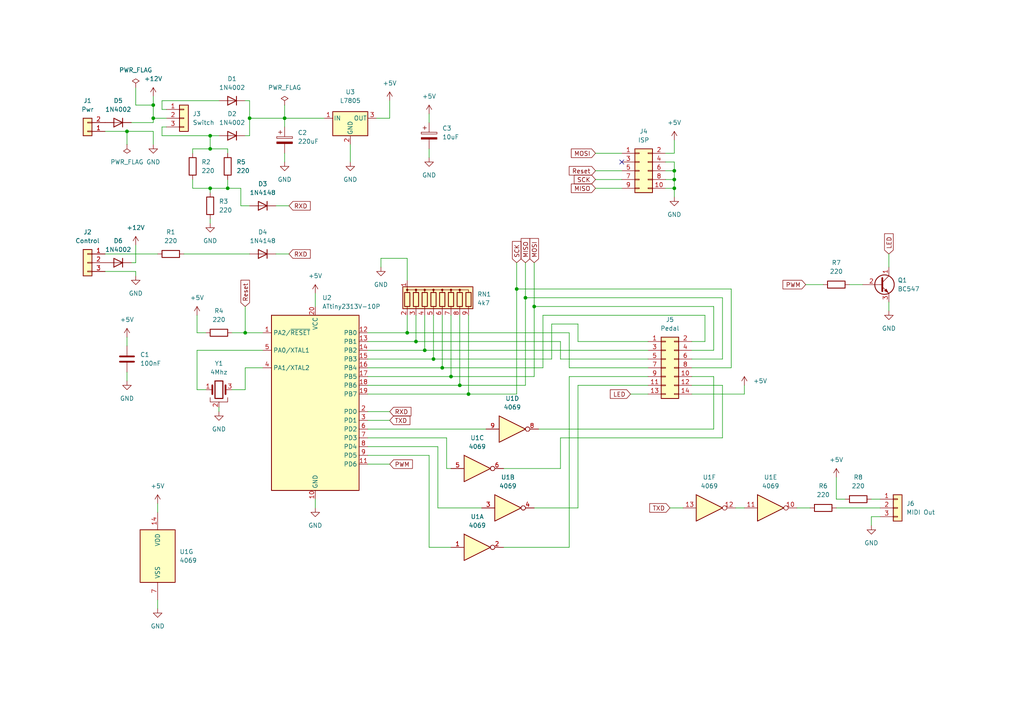
<source format=kicad_sch>
(kicad_sch (version 20231120) (generator "eeschema") (generator_version "8.0")
  (paper "A4")
  (lib_symbols
    (symbol "4xxx:4069" (pin_names (offset 1.016))
      (property "Reference" "U" (at 0 1.27 0))
      (property "Value" "4069" (at 0 -1.27 0))
      (symbol "4069_1_0"
        (polyline (pts (xy -3.81 3.81) (xy -3.81 -3.81) (xy 3.81 0) (xy -3.81 3.81)) (stroke (width 0.254)) (fill (type background)))
        (pin input line (at -7.62 0 0) (length 3.81) (name "~") (number "1"))
        (pin output inverted (at 7.62 0 180) (length 3.81) (name "~") (number "2"))
      )
      (symbol "4069_2_0"
        (polyline (pts (xy -3.81 3.81) (xy -3.81 -3.81) (xy 3.81 0) (xy -3.81 3.81)) (stroke (width 0.254)) (fill (type background)))
        (pin input line (at -7.62 0 0) (length 3.81) (name "~") (number "3"))
        (pin output inverted (at 7.62 0 180) (length 3.81) (name "~") (number "4"))
      )
      (symbol "4069_3_0"
        (polyline (pts (xy -3.81 3.81) (xy -3.81 -3.81) (xy 3.81 0) (xy -3.81 3.81)) (stroke (width 0.254)) (fill (type background)))
        (pin input line (at -7.62 0 0) (length 3.81) (name "~") (number "5"))
        (pin output inverted (at 7.62 0 180) (length 3.81) (name "~") (number "6"))
      )
      (symbol "4069_4_0"
        (polyline (pts (xy -3.81 3.81) (xy -3.81 -3.81) (xy 3.81 0) (xy -3.81 3.81)) (stroke (width 0.254)) (fill (type background)))
        (pin output inverted (at 7.62 0 180) (length 3.81) (name "~") (number "8"))
        (pin input line (at -7.62 0 0) (length 3.81) (name "~") (number "9"))
      )
      (symbol "4069_5_0"
        (polyline (pts (xy -3.81 3.81) (xy -3.81 -3.81) (xy 3.81 0) (xy -3.81 3.81)) (stroke (width 0.254)) (fill (type background)))
        (pin output inverted (at 7.62 0 180) (length 3.81) (name "~") (number "10"))
        (pin input line (at -7.62 0 0) (length 3.81) (name "~") (number "11"))
      )
      (symbol "4069_6_0"
        (polyline (pts (xy -3.81 3.81) (xy -3.81 -3.81) (xy 3.81 0) (xy -3.81 3.81)) (stroke (width 0.254)) (fill (type background)))
        (pin output inverted (at 7.62 0 180) (length 3.81) (name "~") (number "12"))
        (pin input line (at -7.62 0 0) (length 3.81) (name "~") (number "13"))
      )
      (symbol "4069_7_0"
        (pin power_in line (at 0 12.7 270) (length 5.08) (name "VDD") (number "14"))
        (pin power_in line (at 0 -12.7 90) (length 5.08) (name "VSS") (number "7"))
      )
      (symbol "4069_7_1"
        (rectangle (start -5.08 7.62) (end 5.08 -7.62) (stroke (width 0.254)) (fill (type background)))
      )
    )
    (symbol "Connector_Generic:Conn_01x02" (pin_names (offset 1.016) hide)
      (property "Reference" "J" (at 0 2.54 0))
      (property "Value" "Conn_01x02" (at 0 -5.08 0))
      (symbol "Conn_01x02_1_1"
        (rectangle (start -1.27 -2.413) (end 0 -2.667) (stroke (width 0.1524)))
        (rectangle (start -1.27 0.127) (end 0 -0.127) (stroke (width 0.1524)))
        (rectangle (start -1.27 1.27) (end 1.27 -3.81) (stroke (width 0.254)) (fill (type background)))
        (pin passive line (at -5.08 0 0) (length 3.81) (name "Pin_1") (number "1"))
        (pin passive line (at -5.08 -2.54 0) (length 3.81) (name "Pin_2") (number "2"))
      )
    )
    (symbol "Connector_Generic:Conn_01x03" (pin_names (offset 1.016) hide)
      (property "Reference" "J" (at 0 5.08 0))
      (property "Value" "Conn_01x03" (at 0 -5.08 0))
      (symbol "Conn_01x03_1_1"
        (rectangle (start -1.27 -2.413) (end 0 -2.667) (stroke (width 0.1524)))
        (rectangle (start -1.27 0.127) (end 0 -0.127) (stroke (width 0.1524)))
        (rectangle (start -1.27 2.667) (end 0 2.413) (stroke (width 0.1524)))
        (rectangle (start -1.27 3.81) (end 1.27 -3.81) (stroke (width 0.254)) (fill (type background)))
        (pin passive line (at -5.08 2.54 0) (length 3.81) (name "Pin_1") (number "1"))
        (pin passive line (at -5.08 0 0) (length 3.81) (name "Pin_2") (number "2"))
        (pin passive line (at -5.08 -2.54 0) (length 3.81) (name "Pin_3") (number "3"))
      )
    )
    (symbol "Connector_Generic:Conn_02x05_Odd_Even" (pin_names (offset 1.016) hide)
      (property "Reference" "J" (at 1.27 7.62 0))
      (property "Value" "Conn_02x05_Odd_Even" (at 1.27 -7.62 0))
      (symbol "Conn_02x05_Odd_Even_1_1"
        (rectangle (start -1.27 -4.953) (end 0 -5.207) (stroke (width 0.1524)))
        (rectangle (start -1.27 -2.413) (end 0 -2.667) (stroke (width 0.1524)))
        (rectangle (start -1.27 0.127) (end 0 -0.127) (stroke (width 0.1524)))
        (rectangle (start -1.27 2.667) (end 0 2.413) (stroke (width 0.1524)))
        (rectangle (start -1.27 5.207) (end 0 4.953) (stroke (width 0.1524)))
        (rectangle (start -1.27 6.35) (end 3.81 -6.35) (stroke (width 0.254)) (fill (type background)))
        (rectangle (start 3.81 -4.953) (end 2.54 -5.207) (stroke (width 0.1524)))
        (rectangle (start 3.81 -2.413) (end 2.54 -2.667) (stroke (width 0.1524)))
        (rectangle (start 3.81 0.127) (end 2.54 -0.127) (stroke (width 0.1524)))
        (rectangle (start 3.81 2.667) (end 2.54 2.413) (stroke (width 0.1524)))
        (rectangle (start 3.81 5.207) (end 2.54 4.953) (stroke (width 0.1524)))
        (pin passive line (at -5.08 5.08 0) (length 3.81) (name "Pin_1") (number "1"))
        (pin passive line (at 7.62 -5.08 180) (length 3.81) (name "Pin_10") (number "10"))
        (pin passive line (at 7.62 5.08 180) (length 3.81) (name "Pin_2") (number "2"))
        (pin passive line (at -5.08 2.54 0) (length 3.81) (name "Pin_3") (number "3"))
        (pin passive line (at 7.62 2.54 180) (length 3.81) (name "Pin_4") (number "4"))
        (pin passive line (at -5.08 0 0) (length 3.81) (name "Pin_5") (number "5"))
        (pin passive line (at 7.62 0 180) (length 3.81) (name "Pin_6") (number "6"))
        (pin passive line (at -5.08 -2.54 0) (length 3.81) (name "Pin_7") (number "7"))
        (pin passive line (at 7.62 -2.54 180) (length 3.81) (name "Pin_8") (number "8"))
        (pin passive line (at -5.08 -5.08 0) (length 3.81) (name "Pin_9") (number "9"))
      )
    )
    (symbol "Connector_Generic:Conn_02x07_Odd_Even" (pin_names (offset 1.016) hide)
      (property "Reference" "J" (at 1.27 10.16 0))
      (property "Value" "Conn_02x07_Odd_Even" (at 1.27 -10.16 0))
      (symbol "Conn_02x07_Odd_Even_1_1"
        (rectangle (start -1.27 -7.493) (end 0 -7.747) (stroke (width 0.1524)))
        (rectangle (start -1.27 -4.953) (end 0 -5.207) (stroke (width 0.1524)))
        (rectangle (start -1.27 -2.413) (end 0 -2.667) (stroke (width 0.1524)))
        (rectangle (start -1.27 0.127) (end 0 -0.127) (stroke (width 0.1524)))
        (rectangle (start -1.27 2.667) (end 0 2.413) (stroke (width 0.1524)))
        (rectangle (start -1.27 5.207) (end 0 4.953) (stroke (width 0.1524)))
        (rectangle (start -1.27 7.747) (end 0 7.493) (stroke (width 0.1524)))
        (rectangle (start -1.27 8.89) (end 3.81 -8.89) (stroke (width 0.254)) (fill (type background)))
        (rectangle (start 3.81 -7.493) (end 2.54 -7.747) (stroke (width 0.1524)))
        (rectangle (start 3.81 -4.953) (end 2.54 -5.207) (stroke (width 0.1524)))
        (rectangle (start 3.81 -2.413) (end 2.54 -2.667) (stroke (width 0.1524)))
        (rectangle (start 3.81 0.127) (end 2.54 -0.127) (stroke (width 0.1524)))
        (rectangle (start 3.81 2.667) (end 2.54 2.413) (stroke (width 0.1524)))
        (rectangle (start 3.81 5.207) (end 2.54 4.953) (stroke (width 0.1524)))
        (rectangle (start 3.81 7.747) (end 2.54 7.493) (stroke (width 0.1524)))
        (pin passive line (at -5.08 7.62 0) (length 3.81) (name "Pin_1") (number "1"))
        (pin passive line (at 7.62 -2.54 180) (length 3.81) (name "Pin_10") (number "10"))
        (pin passive line (at -5.08 -5.08 0) (length 3.81) (name "Pin_11") (number "11"))
        (pin passive line (at 7.62 -5.08 180) (length 3.81) (name "Pin_12") (number "12"))
        (pin passive line (at -5.08 -7.62 0) (length 3.81) (name "Pin_13") (number "13"))
        (pin passive line (at 7.62 -7.62 180) (length 3.81) (name "Pin_14") (number "14"))
        (pin passive line (at 7.62 7.62 180) (length 3.81) (name "Pin_2") (number "2"))
        (pin passive line (at -5.08 5.08 0) (length 3.81) (name "Pin_3") (number "3"))
        (pin passive line (at 7.62 5.08 180) (length 3.81) (name "Pin_4") (number "4"))
        (pin passive line (at -5.08 2.54 0) (length 3.81) (name "Pin_5") (number "5"))
        (pin passive line (at 7.62 2.54 180) (length 3.81) (name "Pin_6") (number "6"))
        (pin passive line (at -5.08 0 0) (length 3.81) (name "Pin_7") (number "7"))
        (pin passive line (at 7.62 0 180) (length 3.81) (name "Pin_8") (number "8"))
        (pin passive line (at -5.08 -2.54 0) (length 3.81) (name "Pin_9") (number "9"))
      )
    )
    (symbol "Device:C" (pin_numbers hide) (pin_names (offset 0.254))
      (property "Reference" "C" (at 0.635 2.54 0))
      (property "Value" "C" (at 0.635 -2.54 0))
      (symbol "C_0_1"
        (polyline (pts (xy -2.032 -0.762) (xy 2.032 -0.762)) (stroke (width 0.508)))
        (polyline (pts (xy -2.032 0.762) (xy 2.032 0.762)) (stroke (width 0.508)))
      )
      (symbol "C_1_1"
        (pin passive line (at 0 3.81 270) (length 2.794) (name "~") (number "1"))
        (pin passive line (at 0 -3.81 90) (length 2.794) (name "~") (number "2"))
      )
    )
    (symbol "Device:C_Polarized" (pin_numbers hide) (pin_names (offset 0.254))
      (property "Reference" "C" (at 0.635 2.54 0))
      (property "Value" "C_Polarized" (at 0.635 -2.54 0))
      (symbol "C_Polarized_0_1"
        (rectangle (start -2.286 0.508) (end 2.286 1.016))
        (polyline (pts (xy -1.778 2.286) (xy -0.762 2.286)))
        (polyline (pts (xy -1.27 2.794) (xy -1.27 1.778)))
        (rectangle (start 2.286 -0.508) (end -2.286 -1.016) (fill (type outline)))
      )
      (symbol "C_Polarized_1_1"
        (pin passive line (at 0 3.81 270) (length 2.794) (name "~") (number "1"))
        (pin passive line (at 0 -3.81 90) (length 2.794) (name "~") (number "2"))
      )
    )
    (symbol "Device:Crystal_GND2" (pin_names (offset 1.016) hide)
      (property "Reference" "Y" (at 0 5.715 0))
      (property "Value" "Crystal_GND2" (at 0 3.81 0))
      (symbol "Crystal_GND2_0_1"
        (rectangle (start -1.143 2.54) (end 1.143 -2.54) (stroke (width 0.3048)))
        (polyline (pts (xy -2.54 0) (xy -1.905 0)))
        (polyline (pts (xy -1.905 -1.27) (xy -1.905 1.27)) (stroke (width 0.508)))
        (polyline (pts (xy 0 -3.81) (xy 0 -3.556)))
        (polyline (pts (xy 1.905 0) (xy 2.54 0)))
        (polyline (pts (xy 1.905 1.27) (xy 1.905 -1.27)) (stroke (width 0.508)))
        (polyline (pts (xy -2.54 -2.286) (xy -2.54 -3.556) (xy 2.54 -3.556) (xy 2.54 -2.286)))
      )
      (symbol "Crystal_GND2_1_1"
        (pin passive line (at -3.81 0 0) (length 1.27) (name "1") (number "1"))
        (pin passive line (at 0 -5.08 90) (length 1.27) (name "2") (number "2"))
        (pin passive line (at 3.81 0 180) (length 1.27) (name "3") (number "3"))
      )
    )
    (symbol "Device:R" (pin_numbers hide) (pin_names (offset 0))
      (property "Reference" "R" (at 2.032 0 90))
      (property "Value" "R" (at 0 0 90))
      (symbol "R_0_1"
        (rectangle (start -1.016 -2.54) (end 1.016 2.54) (stroke (width 0.254)))
      )
      (symbol "R_1_1"
        (pin passive line (at 0 3.81 270) (length 1.27) (name "~") (number "1"))
        (pin passive line (at 0 -3.81 90) (length 1.27) (name "~") (number "2"))
      )
    )
    (symbol "Device:R_Network08" (pin_names (offset 0) hide)
      (property "Reference" "RN" (at -12.7 0 90))
      (property "Value" "R_Network08" (at 10.16 0 90))
      (symbol "R_Network08_0_1"
        (rectangle (start -11.43 -3.175) (end 8.89 3.175) (stroke (width 0.254)) (fill (type background)))
        (rectangle (start -10.922 1.524) (end -9.398 -2.54) (stroke (width 0.254)))
        (circle (center -10.16 2.286) (radius 0.254) (fill (type outline)))
        (rectangle (start -8.382 1.524) (end -6.858 -2.54) (stroke (width 0.254)))
        (circle (center -7.62 2.286) (radius 0.254) (fill (type outline)))
        (rectangle (start -5.842 1.524) (end -4.318 -2.54) (stroke (width 0.254)))
        (circle (center -5.08 2.286) (radius 0.254) (fill (type outline)))
        (rectangle (start -3.302 1.524) (end -1.778 -2.54) (stroke (width 0.254)))
        (circle (center -2.54 2.286) (radius 0.254) (fill (type outline)))
        (rectangle (start -0.762 1.524) (end 0.762 -2.54) (stroke (width 0.254)))
        (polyline (pts (xy -10.16 -2.54) (xy -10.16 -3.81)))
        (polyline (pts (xy -7.62 -2.54) (xy -7.62 -3.81)))
        (polyline (pts (xy -5.08 -2.54) (xy -5.08 -3.81)))
        (polyline (pts (xy -2.54 -2.54) (xy -2.54 -3.81)))
        (polyline (pts (xy 0 -2.54) (xy 0 -3.81)))
        (polyline (pts (xy 2.54 -2.54) (xy 2.54 -3.81)))
        (polyline (pts (xy 5.08 -2.54) (xy 5.08 -3.81)))
        (polyline (pts (xy 7.62 -2.54) (xy 7.62 -3.81)))
        (polyline (pts (xy -10.16 1.524) (xy -10.16 2.286) (xy -7.62 2.286) (xy -7.62 1.524)))
        (polyline (pts (xy -7.62 1.524) (xy -7.62 2.286) (xy -5.08 2.286) (xy -5.08 1.524)))
        (polyline (pts (xy -5.08 1.524) (xy -5.08 2.286) (xy -2.54 2.286) (xy -2.54 1.524)))
        (polyline (pts (xy -2.54 1.524) (xy -2.54 2.286) (xy 0 2.286) (xy 0 1.524)))
        (polyline (pts (xy 0 1.524) (xy 0 2.286) (xy 2.54 2.286) (xy 2.54 1.524)))
        (polyline (pts (xy 2.54 1.524) (xy 2.54 2.286) (xy 5.08 2.286) (xy 5.08 1.524)))
        (polyline (pts (xy 5.08 1.524) (xy 5.08 2.286) (xy 7.62 2.286) (xy 7.62 1.524)))
        (circle (center 0 2.286) (radius 0.254) (fill (type outline)))
        (rectangle (start 1.778 1.524) (end 3.302 -2.54) (stroke (width 0.254)))
        (circle (center 2.54 2.286) (radius 0.254) (fill (type outline)))
        (rectangle (start 4.318 1.524) (end 5.842 -2.54) (stroke (width 0.254)))
        (circle (center 5.08 2.286) (radius 0.254) (fill (type outline)))
        (rectangle (start 6.858 1.524) (end 8.382 -2.54) (stroke (width 0.254)))
      )
      (symbol "R_Network08_1_1"
        (pin passive line (at -10.16 5.08 270) (length 2.54) (name "common") (number "1"))
        (pin passive line (at -10.16 -5.08 90) (length 1.27) (name "R1") (number "2"))
        (pin passive line (at -7.62 -5.08 90) (length 1.27) (name "R2") (number "3"))
        (pin passive line (at -5.08 -5.08 90) (length 1.27) (name "R3") (number "4"))
        (pin passive line (at -2.54 -5.08 90) (length 1.27) (name "R4") (number "5"))
        (pin passive line (at 0 -5.08 90) (length 1.27) (name "R5") (number "6"))
        (pin passive line (at 2.54 -5.08 90) (length 1.27) (name "R6") (number "7"))
        (pin passive line (at 5.08 -5.08 90) (length 1.27) (name "R7") (number "8"))
        (pin passive line (at 7.62 -5.08 90) (length 1.27) (name "R8") (number "9"))
      )
    )
    (symbol "Diode:1N4002" (pin_numbers hide) (pin_names hide)
      (property "Reference" "D" (at 0 2.54 0))
      (property "Value" "1N4002" (at 0 -2.54 0))
      (symbol "1N4002_0_1"
        (polyline (pts (xy -1.27 1.27) (xy -1.27 -1.27)) (stroke (width 0.254)))
        (polyline (pts (xy 1.27 0) (xy -1.27 0)))
        (polyline (pts (xy 1.27 1.27) (xy 1.27 -1.27) (xy -1.27 0) (xy 1.27 1.27)) (stroke (width 0.254)))
      )
      (symbol "1N4002_1_1"
        (pin passive line (at -3.81 0 0) (length 2.54) (name "K") (number "1"))
        (pin passive line (at 3.81 0 180) (length 2.54) (name "A") (number "2"))
      )
    )
    (symbol "Diode:1N4148" (pin_numbers hide) (pin_names hide)
      (property "Reference" "D" (at 0 2.54 0))
      (property "Value" "1N4148" (at 0 -2.54 0))
      (symbol "1N4148_0_1"
        (polyline (pts (xy -1.27 1.27) (xy -1.27 -1.27)) (stroke (width 0.254)))
        (polyline (pts (xy 1.27 0) (xy -1.27 0)))
        (polyline (pts (xy 1.27 1.27) (xy 1.27 -1.27) (xy -1.27 0) (xy 1.27 1.27)) (stroke (width 0.254)))
      )
      (symbol "1N4148_1_1"
        (pin passive line (at -3.81 0 0) (length 2.54) (name "K") (number "1"))
        (pin passive line (at 3.81 0 180) (length 2.54) (name "A") (number "2"))
      )
    )
    (symbol "MCU_Microchip_ATtiny:ATtiny2313V-10P"
      (property "Reference" "U" (at -12.7 26.67 0))
      (property "Value" "ATtiny2313V-10P" (at 2.54 -26.67 0))
      (symbol "ATtiny2313V-10P_0_1"
        (rectangle (start -12.7 -25.4) (end 12.7 25.4) (stroke (width 0.254)) (fill (type background)))
      )
      (symbol "ATtiny2313V-10P_1_1"
        (pin bidirectional line (at -15.24 20.32 0) (length 2.54) (name "PA2/~{RESET}") (number "1"))
        (pin power_in line (at 0 -27.94 90) (length 2.54) (name "GND") (number "10"))
        (pin bidirectional line (at 15.24 -17.78 180) (length 2.54) (name "PD6") (number "11"))
        (pin bidirectional line (at 15.24 20.32 180) (length 2.54) (name "PB0") (number "12"))
        (pin bidirectional line (at 15.24 17.78 180) (length 2.54) (name "PB1") (number "13"))
        (pin bidirectional line (at 15.24 15.24 180) (length 2.54) (name "PB2") (number "14"))
        (pin bidirectional line (at 15.24 12.7 180) (length 2.54) (name "PB3") (number "15"))
        (pin bidirectional line (at 15.24 10.16 180) (length 2.54) (name "PB4") (number "16"))
        (pin bidirectional line (at 15.24 7.62 180) (length 2.54) (name "PB5") (number "17"))
        (pin bidirectional line (at 15.24 5.08 180) (length 2.54) (name "PB6") (number "18"))
        (pin bidirectional line (at 15.24 2.54 180) (length 2.54) (name "PB7") (number "19"))
        (pin bidirectional line (at 15.24 -2.54 180) (length 2.54) (name "PD0") (number "2"))
        (pin power_in line (at 0 27.94 270) (length 2.54) (name "VCC") (number "20"))
        (pin bidirectional line (at 15.24 -5.08 180) (length 2.54) (name "PD1") (number "3"))
        (pin bidirectional line (at -15.24 10.16 0) (length 2.54) (name "PA1/XTAL2") (number "4"))
        (pin bidirectional line (at -15.24 15.24 0) (length 2.54) (name "PA0/XTAL1") (number "5"))
        (pin bidirectional line (at 15.24 -7.62 180) (length 2.54) (name "PD2") (number "6"))
        (pin bidirectional line (at 15.24 -10.16 180) (length 2.54) (name "PD3") (number "7"))
        (pin bidirectional line (at 15.24 -12.7 180) (length 2.54) (name "PD4") (number "8"))
        (pin bidirectional line (at 15.24 -15.24 180) (length 2.54) (name "PD5") (number "9"))
      )
    )
    (symbol "Regulator_Linear:L7805" (pin_names (offset 0.254))
      (property "Reference" "U" (at -3.81 3.175 0))
      (property "Value" "L7805" (at 0 3.175 0))
      (symbol "L7805_0_1"
        (rectangle (start -5.08 1.905) (end 5.08 -5.08) (stroke (width 0.254)) (fill (type background)))
      )
      (symbol "L7805_1_1"
        (pin power_in line (at -7.62 0 0) (length 2.54) (name "IN") (number "1"))
        (pin power_in line (at 0 -7.62 90) (length 2.54) (name "GND") (number "2"))
        (pin power_out line (at 7.62 0 180) (length 2.54) (name "OUT") (number "3"))
      )
    )
    (symbol "Transistor_BJT:BC547" (pin_names (offset 0) hide)
      (property "Reference" "Q" (at 5.08 1.905 0))
      (property "Value" "BC547" (at 5.08 0 0))
      (symbol "BC547_0_1"
        (polyline (pts (xy 0 0) (xy 0.635 0)))
        (polyline (pts (xy 0.635 0.635) (xy 2.54 2.54)))
        (polyline (pts (xy 0.635 -0.635) (xy 2.54 -2.54) (xy 2.54 -2.54)))
        (polyline (pts (xy 0.635 1.905) (xy 0.635 -1.905) (xy 0.635 -1.905)) (stroke (width 0.508)))
        (polyline (pts (xy 1.27 -1.778) (xy 1.778 -1.27) (xy 2.286 -2.286) (xy 1.27 -1.778) (xy 1.27 -1.778)) (fill (type outline)))
        (circle (center 1.27 0) (radius 2.8194) (stroke (width 0.254)))
      )
      (symbol "BC547_1_1"
        (pin passive line (at 2.54 5.08 270) (length 2.54) (name "C") (number "1"))
        (pin input line (at -5.08 0 0) (length 5.08) (name "B") (number "2"))
        (pin passive line (at 2.54 -5.08 90) (length 2.54) (name "E") (number "3"))
      )
    )
    (symbol "power:+12V" (power) (pin_names (offset 0))
      (property "Value" "+12V" (at 0 3.556 0))
      (symbol "+12V_0_1"
        (polyline (pts (xy -0.762 1.27) (xy 0 2.54)))
        (polyline (pts (xy 0 0) (xy 0 2.54)))
        (polyline (pts (xy 0 2.54) (xy 0.762 1.27)))
      )
      (symbol "+12V_1_1"
        (pin power_in line (at 0 0 90) (length 0) hide (name "+12V") (number "1"))
      )
    )
    (symbol "power:+5V" (power) (pin_names (offset 0))
      (property "Value" "+5V" (at 0 3.556 0))
      (symbol "+5V_0_1"
        (polyline (pts (xy -0.762 1.27) (xy 0 2.54)))
        (polyline (pts (xy 0 0) (xy 0 2.54)))
        (polyline (pts (xy 0 2.54) (xy 0.762 1.27)))
      )
      (symbol "+5V_1_1"
        (pin power_in line (at 0 0 90) (length 0) hide (name "+5V") (number "1"))
      )
    )
    (symbol "power:GND" (power) (pin_names (offset 0))
      (property "Value" "GND" (at 0 -3.81 0))
      (symbol "GND_0_1"
        (polyline (pts (xy 0 0) (xy 0 -1.27) (xy 1.27 -1.27) (xy 0 -2.54) (xy -1.27 -1.27) (xy 0 -1.27)))
      )
      (symbol "GND_1_1"
        (pin power_in line (at 0 0 270) (length 0) hide (name "GND") (number "1"))
      )
    )
    (symbol "power:PWR_FLAG" (power) (pin_numbers hide) (pin_names (offset 0) hide)
      (property "Value" "PWR_FLAG" (at 0 3.81 0))
      (symbol "PWR_FLAG_0_0"
        (pin power_out line (at 0 0 90) (length 0) (name "pwr") (number "1"))
      )
      (symbol "PWR_FLAG_0_1"
        (polyline (pts (xy 0 0) (xy 0 1.27) (xy -1.016 1.905) (xy 0 2.54) (xy 1.016 1.905) (xy 0 1.27)))
      )
    )
  )
  (junction (at 36.83 38.1))
  (junction (at 71.12 96.52))
  (junction (at 118.11 96.52))
  (junction (at 123.19 101.6))
  (junction (at 60.96 39.37))
  (junction (at 195.58 54.61))
  (junction (at 72.39 34.29))
  (junction (at 128.27 106.68))
  (junction (at 60.96 43.18))
  (junction (at 195.58 49.53))
  (junction (at 120.65 99.06))
  (junction (at 60.96 54.61))
  (junction (at 130.81 109.22))
  (junction (at 125.73 104.14))
  (junction (at 44.45 30.48))
  (junction (at 135.89 114.3))
  (junction (at 44.45 34.29))
  (junction (at 82.55 34.29))
  (junction (at 195.58 52.07))
  (junction (at 133.35 111.76))
  (junction (at 66.04 54.61))
  (junction (at 149.86 83.82))
  (junction (at 154.94 88.9))
  (junction (at 152.4 86.36))
  (no_connect (at 180.34 46.99))
  (wire (pts (xy 200.66 111.76) (xy 209.55 111.76)))
  (wire (pts (xy 106.68 132.08) (xy 124.46 132.08)))
  (wire (pts (xy 44.45 30.48) (xy 44.45 34.29)))
  (wire (pts (xy 46.99 31.75) (xy 48.26 31.75)))
  (wire (pts (xy 195.58 49.53) (xy 195.58 52.07)))
  (wire (pts (xy 172.72 49.53) (xy 180.34 49.53)))
  (wire (pts (xy 193.04 54.61) (xy 195.58 54.61)))
  (wire (pts (xy 167.64 99.06) (xy 167.64 93.98)))
  (wire (pts (xy 38.1 76.2) (xy 39.37 76.2)))
  (wire (pts (xy 233.68 82.55) (xy 238.76 82.55)))
  (wire (pts (xy 110.49 74.93) (xy 110.49 77.47)))
  (wire (pts (xy 91.44 144.78) (xy 91.44 147.32)))
  (wire (pts (xy 154.94 76.2) (xy 154.94 88.9)))
  (wire (pts (xy 209.55 104.14) (xy 209.55 86.36)))
  (wire (pts (xy 133.35 111.76) (xy 133.35 91.44)))
  (wire (pts (xy 207.01 124.46) (xy 207.01 109.22)))
  (wire (pts (xy 167.64 111.76) (xy 187.96 111.76)))
  (wire (pts (xy 172.72 54.61) (xy 180.34 54.61)))
  (wire (pts (xy 165.1 106.68) (xy 165.1 96.52)))
  (wire (pts (xy 182.88 114.3) (xy 187.96 114.3)))
  (wire (pts (xy 193.04 44.45) (xy 195.58 44.45)))
  (wire (pts (xy 207.01 88.9) (xy 154.94 88.9)))
  (wire (pts (xy 242.57 144.78) (xy 242.57 138.43)))
  (wire (pts (xy 165.1 158.75) (xy 165.1 109.22)))
  (wire (pts (xy 200.66 101.6) (xy 207.01 101.6)))
  (wire (pts (xy 149.86 76.2) (xy 149.86 83.82)))
  (wire (pts (xy 46.99 39.37) (xy 60.96 39.37)))
  (wire (pts (xy 165.1 109.22) (xy 187.96 109.22)))
  (wire (pts (xy 146.05 135.89) (xy 162.56 135.89)))
  (wire (pts (xy 60.96 39.37) (xy 63.5 39.37)))
  (wire (pts (xy 82.55 44.45) (xy 82.55 46.99)))
  (wire (pts (xy 193.04 49.53) (xy 195.58 49.53)))
  (wire (pts (xy 120.65 99.06) (xy 162.56 99.06)))
  (wire (pts (xy 39.37 30.48) (xy 44.45 30.48)))
  (wire (pts (xy 45.72 146.05) (xy 45.72 148.59)))
  (wire (pts (xy 71.12 96.52) (xy 76.2 96.52)))
  (wire (pts (xy 55.88 44.45) (xy 55.88 43.18)))
  (wire (pts (xy 38.1 35.56) (xy 44.45 35.56)))
  (wire (pts (xy 82.55 30.48) (xy 82.55 34.29)))
  (wire (pts (xy 167.64 147.32) (xy 167.64 111.76)))
  (wire (pts (xy 71.12 39.37) (xy 72.39 39.37)))
  (wire (pts (xy 194.31 147.32) (xy 198.12 147.32)))
  (wire (pts (xy 30.48 78.74) (xy 39.37 78.74)))
  (wire (pts (xy 245.11 144.78) (xy 242.57 144.78)))
  (wire (pts (xy 63.5 118.11) (xy 63.5 119.38)))
  (wire (pts (xy 72.39 39.37) (xy 72.39 34.29)))
  (wire (pts (xy 67.31 113.03) (xy 71.12 113.03)))
  (wire (pts (xy 127 147.32) (xy 139.7 147.32)))
  (wire (pts (xy 193.04 52.07) (xy 195.58 52.07)))
  (wire (pts (xy 71.12 88.9) (xy 71.12 96.52)))
  (wire (pts (xy 57.15 113.03) (xy 59.69 113.03)))
  (wire (pts (xy 118.11 74.93) (xy 110.49 74.93)))
  (wire (pts (xy 36.83 38.1) (xy 44.45 38.1)))
  (wire (pts (xy 154.94 147.32) (xy 167.64 147.32)))
  (wire (pts (xy 125.73 104.14) (xy 125.73 91.44)))
  (wire (pts (xy 213.36 147.32) (xy 215.9 147.32)))
  (wire (pts (xy 57.15 101.6) (xy 57.15 113.03)))
  (wire (pts (xy 106.68 121.92) (xy 113.03 121.92)))
  (wire (pts (xy 193.04 46.99) (xy 195.58 46.99)))
  (wire (pts (xy 195.58 54.61) (xy 195.58 57.15)))
  (wire (pts (xy 152.4 86.36) (xy 152.4 111.76)))
  (wire (pts (xy 55.88 43.18) (xy 60.96 43.18)))
  (wire (pts (xy 66.04 54.61) (xy 69.85 54.61)))
  (wire (pts (xy 124.46 158.75) (xy 130.81 158.75)))
  (wire (pts (xy 157.48 106.68) (xy 128.27 106.68)))
  (wire (pts (xy 39.37 78.74) (xy 39.37 80.01)))
  (wire (pts (xy 106.68 127) (xy 129.54 127)))
  (wire (pts (xy 72.39 29.21) (xy 71.12 29.21)))
  (wire (pts (xy 204.47 99.06) (xy 204.47 91.44)))
  (wire (pts (xy 46.99 29.21) (xy 63.5 29.21)))
  (wire (pts (xy 212.09 106.68) (xy 212.09 83.82)))
  (wire (pts (xy 172.72 52.07) (xy 180.34 52.07)))
  (wire (pts (xy 48.26 36.83) (xy 46.99 36.83)))
  (wire (pts (xy 123.19 101.6) (xy 187.96 101.6)))
  (wire (pts (xy 152.4 86.36) (xy 209.55 86.36)))
  (wire (pts (xy 109.22 34.29) (xy 113.03 34.29)))
  (wire (pts (xy 57.15 96.52) (xy 59.69 96.52)))
  (wire (pts (xy 67.31 96.52) (xy 71.12 96.52)))
  (wire (pts (xy 187.96 106.68) (xy 165.1 106.68)))
  (wire (pts (xy 252.73 149.86) (xy 255.27 149.86)))
  (wire (pts (xy 60.96 43.18) (xy 60.96 39.37)))
  (wire (pts (xy 106.68 111.76) (xy 133.35 111.76)))
  (wire (pts (xy 160.02 104.14) (xy 125.73 104.14)))
  (wire (pts (xy 106.68 109.22) (xy 130.81 109.22)))
  (wire (pts (xy 152.4 76.2) (xy 152.4 86.36)))
  (wire (pts (xy 60.96 63.5) (xy 60.96 64.77)))
  (wire (pts (xy 207.01 101.6) (xy 207.01 88.9)))
  (wire (pts (xy 156.21 124.46) (xy 207.01 124.46)))
  (wire (pts (xy 39.37 25.4) (xy 39.37 30.48)))
  (wire (pts (xy 44.45 35.56) (xy 44.45 34.29)))
  (wire (pts (xy 209.55 127) (xy 209.55 111.76)))
  (wire (pts (xy 46.99 36.83) (xy 46.99 39.37)))
  (wire (pts (xy 71.12 106.68) (xy 76.2 106.68)))
  (wire (pts (xy 101.6 41.91) (xy 101.6 46.99)))
  (wire (pts (xy 257.81 73.66) (xy 257.81 77.47)))
  (wire (pts (xy 167.64 93.98) (xy 160.02 93.98)))
  (wire (pts (xy 55.88 54.61) (xy 60.96 54.61)))
  (wire (pts (xy 106.68 124.46) (xy 140.97 124.46)))
  (wire (pts (xy 152.4 111.76) (xy 133.35 111.76)))
  (wire (pts (xy 124.46 33.02) (xy 124.46 35.56)))
  (wire (pts (xy 130.81 109.22) (xy 130.81 91.44)))
  (wire (pts (xy 76.2 101.6) (xy 57.15 101.6)))
  (wire (pts (xy 55.88 52.07) (xy 55.88 54.61)))
  (wire (pts (xy 39.37 71.12) (xy 39.37 76.2)))
  (wire (pts (xy 123.19 101.6) (xy 123.19 91.44)))
  (wire (pts (xy 106.68 129.54) (xy 127 129.54)))
  (wire (pts (xy 200.66 106.68) (xy 212.09 106.68)))
  (wire (pts (xy 80.01 73.66) (xy 83.82 73.66)))
  (wire (pts (xy 195.58 46.99) (xy 195.58 49.53)))
  (wire (pts (xy 45.72 173.99) (xy 45.72 176.53)))
  (wire (pts (xy 60.96 55.88) (xy 60.96 54.61)))
  (wire (pts (xy 57.15 91.44) (xy 57.15 96.52)))
  (wire (pts (xy 36.83 38.1) (xy 36.83 41.91)))
  (wire (pts (xy 106.68 96.52) (xy 118.11 96.52)))
  (wire (pts (xy 69.85 59.69) (xy 69.85 54.61)))
  (wire (pts (xy 106.68 101.6) (xy 123.19 101.6)))
  (wire (pts (xy 149.86 83.82) (xy 149.86 114.3)))
  (wire (pts (xy 146.05 158.75) (xy 165.1 158.75)))
  (wire (pts (xy 72.39 34.29) (xy 72.39 29.21)))
  (wire (pts (xy 44.45 38.1) (xy 44.45 41.91)))
  (wire (pts (xy 66.04 54.61) (xy 66.04 52.07)))
  (wire (pts (xy 128.27 106.68) (xy 128.27 91.44)))
  (wire (pts (xy 60.96 54.61) (xy 66.04 54.61)))
  (wire (pts (xy 252.73 152.4) (xy 252.73 149.86)))
  (wire (pts (xy 106.68 99.06) (xy 120.65 99.06)))
  (wire (pts (xy 160.02 93.98) (xy 160.02 104.14)))
  (wire (pts (xy 215.9 111.76) (xy 215.9 114.3)))
  (wire (pts (xy 80.01 59.69) (xy 83.82 59.69)))
  (wire (pts (xy 252.73 144.78) (xy 255.27 144.78)))
  (wire (pts (xy 172.72 44.45) (xy 180.34 44.45)))
  (wire (pts (xy 72.39 34.29) (xy 82.55 34.29)))
  (wire (pts (xy 162.56 127) (xy 209.55 127)))
  (wire (pts (xy 30.48 38.1) (xy 36.83 38.1)))
  (wire (pts (xy 195.58 44.45) (xy 195.58 40.64)))
  (wire (pts (xy 204.47 91.44) (xy 157.48 91.44)))
  (wire (pts (xy 162.56 104.14) (xy 162.56 99.06)))
  (wire (pts (xy 187.96 99.06) (xy 167.64 99.06)))
  (wire (pts (xy 113.03 34.29) (xy 113.03 29.21)))
  (wire (pts (xy 118.11 81.28) (xy 118.11 74.93)))
  (wire (pts (xy 106.68 106.68) (xy 128.27 106.68)))
  (wire (pts (xy 106.68 134.62) (xy 113.03 134.62)))
  (wire (pts (xy 195.58 52.07) (xy 195.58 54.61)))
  (wire (pts (xy 162.56 135.89) (xy 162.56 127)))
  (wire (pts (xy 106.68 114.3) (xy 135.89 114.3)))
  (wire (pts (xy 149.86 114.3) (xy 135.89 114.3)))
  (wire (pts (xy 66.04 44.45) (xy 66.04 43.18)))
  (wire (pts (xy 200.66 99.06) (xy 204.47 99.06)))
  (wire (pts (xy 129.54 127) (xy 129.54 135.89)))
  (wire (pts (xy 66.04 43.18) (xy 60.96 43.18)))
  (wire (pts (xy 36.83 97.79) (xy 36.83 100.33)))
  (wire (pts (xy 187.96 104.14) (xy 162.56 104.14)))
  (wire (pts (xy 242.57 147.32) (xy 255.27 147.32)))
  (wire (pts (xy 44.45 34.29) (xy 48.26 34.29)))
  (wire (pts (xy 71.12 113.03) (xy 71.12 106.68)))
  (wire (pts (xy 46.99 29.21) (xy 46.99 31.75)))
  (wire (pts (xy 207.01 109.22) (xy 200.66 109.22)))
  (wire (pts (xy 212.09 83.82) (xy 149.86 83.82)))
  (wire (pts (xy 127 129.54) (xy 127 147.32)))
  (wire (pts (xy 154.94 109.22) (xy 130.81 109.22)))
  (wire (pts (xy 82.55 34.29) (xy 82.55 36.83)))
  (wire (pts (xy 246.38 82.55) (xy 250.19 82.55)))
  (wire (pts (xy 165.1 96.52) (xy 118.11 96.52)))
  (wire (pts (xy 106.68 104.14) (xy 125.73 104.14)))
  (wire (pts (xy 135.89 114.3) (xy 135.89 91.44)))
  (wire (pts (xy 106.68 119.38) (xy 113.03 119.38)))
  (wire (pts (xy 120.65 99.06) (xy 120.65 91.44)))
  (wire (pts (xy 30.48 73.66) (xy 45.72 73.66)))
  (wire (pts (xy 82.55 34.29) (xy 93.98 34.29)))
  (wire (pts (xy 257.81 87.63) (xy 257.81 90.17)))
  (wire (pts (xy 118.11 96.52) (xy 118.11 91.44)))
  (wire (pts (xy 53.34 73.66) (xy 72.39 73.66)))
  (wire (pts (xy 200.66 104.14) (xy 209.55 104.14)))
  (wire (pts (xy 157.48 91.44) (xy 157.48 106.68)))
  (wire (pts (xy 91.44 85.09) (xy 91.44 88.9)))
  (wire (pts (xy 44.45 27.94) (xy 44.45 30.48)))
  (wire (pts (xy 231.14 147.32) (xy 234.95 147.32)))
  (wire (pts (xy 215.9 114.3) (xy 200.66 114.3)))
  (wire (pts (xy 124.46 132.08) (xy 124.46 158.75)))
  (wire (pts (xy 154.94 88.9) (xy 154.94 109.22)))
  (wire (pts (xy 124.46 43.18) (xy 124.46 45.72)))
  (wire (pts (xy 72.39 59.69) (xy 69.85 59.69)))
  (wire (pts (xy 36.83 107.95) (xy 36.83 110.49)))
  (wire (pts (xy 129.54 135.89) (xy 130.81 135.89)))
  (global_label "MOSI" (shape input) (at 154.94 76.2 90) (property "Intersheetrefs" "${INTERSHEET_REFS}" (effects (hide yes))))
  (global_label "RXD" (shape input) (at 83.82 59.69 0) (property "Intersheetrefs" "${INTERSHEET_REFS}" (effects (hide yes))))
  (global_label "TXD" (shape input) (at 194.31 147.32 180) (property "Intersheetrefs" "${INTERSHEET_REFS}" (effects (hide yes))))
  (global_label "MISO" (shape input) (at 152.4 76.2 90) (property "Intersheetrefs" "${INTERSHEET_REFS}" (effects (hide yes))))
  (global_label "LED" (shape input) (at 257.81 73.66 90) (property "Intersheetrefs" "${INTERSHEET_REFS}" (effects (hide yes))))
  (global_label "MOSI" (shape input) (at 172.72 44.45 180) (property "Intersheetrefs" "${INTERSHEET_REFS}" (effects (hide yes))))
  (global_label "SCK" (shape input) (at 172.72 52.07 180) (property "Intersheetrefs" "${INTERSHEET_REFS}" (effects (hide yes))))
  (global_label "SCK" (shape input) (at 149.86 76.2 90) (property "Intersheetrefs" "${INTERSHEET_REFS}" (effects (hide yes))))
  (global_label "LED" (shape input) (at 182.88 114.3 180) (property "Intersheetrefs" "${INTERSHEET_REFS}" (effects (hide yes))))
  (global_label "Reset" (shape input) (at 172.72 49.53 180) (property "Intersheetrefs" "${INTERSHEET_REFS}" (effects (hide yes))))
  (global_label "RXD" (shape input) (at 83.82 73.66 0) (property "Intersheetrefs" "${INTERSHEET_REFS}" (effects (hide yes))))
  (global_label "PWM" (shape input) (at 233.68 82.55 180) (property "Intersheetrefs" "${INTERSHEET_REFS}" (effects (hide yes))))
  (global_label "MISO" (shape input) (at 172.72 54.61 180) (property "Intersheetrefs" "${INTERSHEET_REFS}" (effects (hide yes))))
  (global_label "Reset" (shape input) (at 71.12 88.9 90) (property "Intersheetrefs" "${INTERSHEET_REFS}" (effects (hide yes))))
  (global_label "TXD" (shape input) (at 113.03 121.92 0) (property "Intersheetrefs" "${INTERSHEET_REFS}" (effects (hide yes))))
  (global_label "PWM" (shape input) (at 113.03 134.62 0) (property "Intersheetrefs" "${INTERSHEET_REFS}" (effects (hide yes))))
  (global_label "RXD" (shape input) (at 113.03 119.38 0) (property "Intersheetrefs" "${INTERSHEET_REFS}" (effects (hide yes))))
  (symbol (lib_id "Device:R_Network08") (at 128.27 86.36 0) (unit 1)
    (property "Reference" "RN1" (at 138.43 85.3439 0) (effects (justify left)))
    (property "Value" "4k7" (at 138.43 87.8839 0) (effects (justify left)))
    (property "Footprint" "Resistor_THT:R_Array_SIP9" (effects (hide yes)))
    (property "Datasheet" "http://www.vishay.com/docs/31509/csc.pdf" (effects (hide yes)))
  )
  (symbol (lib_id "power:+5V") (at 36.83 97.79 0) (unit 1)
    (property "Reference" "#PWR01" (effects (hide yes)))
    (property "Value" "+5V" (at 36.83 92.71 0))
  )
  (symbol (lib_id "Diode:1N4002") (at 67.31 39.37 180) (unit 1)
    (property "Reference" "D2" (at 67.31 33.02 0))
    (property "Value" "1N4002" (at 67.31 35.56 0))
    (property "Footprint" "Diode_THT:D_DO-41_SOD81_P10.16mm_Horizontal" (effects (hide yes)))
    (property "Datasheet" "http://www.vishay.com/docs/88503/1n4001.pdf" (effects (hide yes)))
  )
  (symbol (lib_id "Device:R") (at 238.76 147.32 90) (unit 1)
    (property "Reference" "R6" (at 238.76 140.97 90))
    (property "Value" "220" (at 238.76 143.51 90))
    (property "Footprint" "Resistor_THT:R_Axial_DIN0204_L3.6mm_D1.6mm_P2.54mm_Vertical" (effects (hide yes)))
  )
  (symbol (lib_id "Device:R") (at 63.5 96.52 90) (unit 1)
    (property "Reference" "R4" (at 63.5 90.17 90))
    (property "Value" "220" (at 63.5 92.71 90))
    (property "Footprint" "Resistor_THT:R_Axial_DIN0204_L3.6mm_D1.6mm_P2.54mm_Vertical" (effects (hide yes)))
  )
  (symbol (lib_id "Diode:1N4002") (at 67.31 29.21 180) (unit 1)
    (property "Reference" "D1" (at 67.31 22.86 0))
    (property "Value" "1N4002" (at 67.31 25.4 0))
    (property "Footprint" "Diode_THT:D_DO-41_SOD81_P10.16mm_Horizontal" (effects (hide yes)))
    (property "Datasheet" "http://www.vishay.com/docs/88503/1n4001.pdf" (effects (hide yes)))
  )
  (symbol (lib_id "Connector_Generic:Conn_01x03") (at 260.35 147.32 0) (unit 1)
    (property "Reference" "J6" (at 262.89 146.0499 0) (effects (justify left)))
    (property "Value" "MIDI Out" (at 262.89 148.5899 0) (effects (justify left)))
    (property "Footprint" "Connector_PinHeader_2.54mm:PinHeader_1x03_P2.54mm_Vertical" (effects (hide yes)))
  )
  (symbol (lib_id "power:+5V") (at 124.46 33.02 0) (unit 1)
    (property "Reference" "#PWR018" (effects (hide yes)))
    (property "Value" "+5V" (at 124.46 27.94 0))
  )
  (symbol (lib_id "Regulator_Linear:L7805") (at 101.6 34.29 0) (unit 1)
    (property "Reference" "U3" (at 101.6 26.67 0))
    (property "Value" "L7805" (at 101.6 29.21 0))
    (property "Footprint" "Package_TO_SOT_THT:TO-220-3_Vertical" (effects (hide yes)))
    (property "Datasheet" "http://www.st.com/content/ccc/resource/technical/document/datasheet/41/4f/b3/b0/12/d4/47/88/CD00000444.pdf/files/CD00000444.pdf/jcr:content/translations/en.CD00000444.pdf" (effects (hide yes)))
  )
  (symbol (lib_id "power:+5V") (at 242.57 138.43 0) (unit 1)
    (property "Reference" "#PWR023" (effects (hide yes)))
    (property "Value" "+5V" (at 242.57 133.35 0))
  )
  (symbol (lib_id "4xxx:4069") (at 45.72 161.29 0) (unit 7)
    (property "Reference" "U1" (at 52.07 160.0199 0) (effects (justify left)))
    (property "Value" "4069" (at 52.07 162.5599 0) (effects (justify left)))
    (property "Footprint" "Package_DIP:DIP-14_W7.62mm" (effects (hide yes)))
    (property "Datasheet" "http://www.intersil.com/content/dam/Intersil/documents/cd40/cd4069ubms.pdf" (effects (hide yes)))
  )
  (symbol (lib_id "power:GND") (at 63.5 119.38 0) (unit 1)
    (property "Reference" "#PWR011" (effects (hide yes)))
    (property "Value" "GND" (at 63.5 124.46 0))
  )
  (symbol (lib_id "Device:R") (at 49.53 73.66 270) (unit 1)
    (property "Reference" "R1" (at 49.53 67.31 90))
    (property "Value" "220" (at 49.53 69.85 90))
    (property "Footprint" "Resistor_THT:R_Axial_DIN0204_L3.6mm_D1.6mm_P2.54mm_Vertical" (effects (hide yes)))
  )
  (symbol (lib_id "power:PWR_FLAG") (at 82.55 30.48 0) (unit 1)
    (property "Reference" "#FLG03" (effects (hide yes)))
    (property "Value" "PWR_FLAG" (at 82.55 25.4 0))
  )
  (symbol (lib_id "Transistor_BJT:BC547") (at 255.27 82.55 0) (unit 1)
    (property "Reference" "Q1" (at 260.35 81.2799 0) (effects (justify left)))
    (property "Value" "BC547" (at 260.35 83.8199 0) (effects (justify left)))
    (property "Footprint" "Package_TO_SOT_THT:TO-92_Inline" (effects (hide yes)))
    (property "Datasheet" "https://www.onsemi.com/pub/Collateral/BC550-D.pdf" (effects (hide yes)))
  )
  (symbol (lib_id "power:PWR_FLAG") (at 39.37 25.4 0) (unit 1)
    (property "Reference" "#FLG01" (effects (hide yes)))
    (property "Value" "PWR_FLAG" (at 39.37 20.32 0))
  )
  (symbol (lib_id "Connector_Generic:Conn_02x05_Odd_Even") (at 185.42 49.53 0) (unit 1)
    (property "Reference" "J4" (at 186.69 38.1 0))
    (property "Value" "ISP" (at 186.69 40.64 0))
    (property "Footprint" "Connector_IDC:IDC-Header_2x05_P2.54mm_Vertical" (effects (hide yes)))
  )
  (symbol (lib_id "Diode:1N4148") (at 76.2 73.66 180) (unit 1)
    (property "Reference" "D4" (at 76.2 67.31 0))
    (property "Value" "1N4148" (at 76.2 69.85 0))
    (property "Footprint" "Diode_THT:D_DO-35_SOD27_P7.62mm_Horizontal" (effects (hide yes)))
    (property "Datasheet" "https://assets.nexperia.com/documents/data-sheet/1N4148_1N4448.pdf" (effects (hide yes)))
  )
  (symbol (lib_id "power:GND") (at 257.81 90.17 0) (unit 1)
    (property "Reference" "#PWR025" (effects (hide yes)))
    (property "Value" "GND" (at 257.81 95.25 0))
  )
  (symbol (lib_id "Connector_Generic:Conn_01x03") (at 25.4 76.2 0) (mirror y) (unit 1)
    (property "Reference" "J2" (at 25.4 67.31 0))
    (property "Value" "Control" (at 25.4 69.85 0))
    (property "Footprint" "Connector_PinHeader_2.54mm:PinHeader_1x03_P2.54mm_Vertical" (effects (hide yes)))
  )
  (symbol (lib_id "Diode:1N4148") (at 76.2 59.69 180) (unit 1)
    (property "Reference" "D3" (at 76.2 53.34 0))
    (property "Value" "1N4148" (at 76.2 55.88 0))
    (property "Footprint" "Diode_THT:D_DO-35_SOD27_P7.62mm_Horizontal" (effects (hide yes)))
    (property "Datasheet" "https://assets.nexperia.com/documents/data-sheet/1N4148_1N4448.pdf" (effects (hide yes)))
  )
  (symbol (lib_id "4xxx:4069") (at 148.59 124.46 0) (unit 4)
    (property "Reference" "U1" (at 148.59 115.57 0))
    (property "Value" "4069" (at 148.59 118.11 0))
    (property "Footprint" "Package_DIP:DIP-14_W7.62mm" (effects (hide yes)))
    (property "Datasheet" "http://www.intersil.com/content/dam/Intersil/documents/cd40/cd4069ubms.pdf" (effects (hide yes)))
  )
  (symbol (lib_id "Connector_Generic:Conn_01x02") (at 25.4 38.1 180) (unit 1)
    (property "Reference" "J1" (at 25.4 29.21 0))
    (property "Value" "Pwr" (at 25.4 31.75 0))
    (property "Footprint" "Connector_PinSocket_2.54mm:PinSocket_1x02_P2.54mm_Vertical" (effects (hide yes)))
  )
  (symbol (lib_id "power:GND") (at 36.83 110.49 0) (unit 1)
    (property "Reference" "#PWR02" (effects (hide yes)))
    (property "Value" "GND" (at 36.83 115.57 0))
  )
  (symbol (lib_id "power:+5V") (at 215.9 111.76 0) (unit 1)
    (property "Reference" "#PWR022" (effects (hide yes)))
    (property "Value" "+5V" (at 218.44 110.4899 0) (effects (justify left)))
  )
  (symbol (lib_id "Device:R") (at 55.88 48.26 180) (unit 1)
    (property "Reference" "R2" (at 58.42 46.9899 0) (effects (justify right)))
    (property "Value" "220" (at 58.42 49.5299 0) (effects (justify right)))
    (property "Footprint" "Resistor_THT:R_Axial_DIN0204_L3.6mm_D1.6mm_P2.54mm_Vertical" (effects (hide yes)))
  )
  (symbol (lib_id "Device:R") (at 248.92 144.78 90) (unit 1)
    (property "Reference" "R8" (at 248.92 138.43 90))
    (property "Value" "220" (at 248.92 140.97 90))
    (property "Footprint" "Resistor_THT:R_Axial_DIN0204_L3.6mm_D1.6mm_P2.54mm_Vertical" (effects (hide yes)))
  )
  (symbol (lib_id "power:GND") (at 39.37 80.01 0) (unit 1)
    (property "Reference" "#PWR04" (effects (hide yes)))
    (property "Value" "GND" (at 39.37 85.09 0))
  )
  (symbol (lib_id "power:GND") (at 44.45 41.91 0) (unit 1)
    (property "Reference" "#PWR06" (effects (hide yes)))
    (property "Value" "GND" (at 44.45 46.99 0))
  )
  (symbol (lib_id "power:GND") (at 110.49 77.47 0) (unit 1)
    (property "Reference" "#PWR016" (effects (hide yes)))
    (property "Value" "GND" (at 110.49 82.55 0))
  )
  (symbol (lib_id "power:GND") (at 45.72 176.53 0) (unit 1)
    (property "Reference" "#PWR08" (effects (hide yes)))
    (property "Value" "GND" (at 45.72 181.61 0))
  )
  (symbol (lib_id "power:GND") (at 91.44 147.32 0) (unit 1)
    (property "Reference" "#PWR014" (effects (hide yes)))
    (property "Value" "GND" (at 91.44 152.4 0))
  )
  (symbol (lib_id "Device:Crystal_GND2") (at 63.5 113.03 0) (unit 1)
    (property "Reference" "Y1" (at 63.5 105.41 0))
    (property "Value" "4Mhz" (at 63.5 107.95 0))
    (property "Footprint" "Crystal:Crystal_HC49-U-3Pin_Vertical" (effects (hide yes)))
  )
  (symbol (lib_id "power:GND") (at 195.58 57.15 0) (unit 1)
    (property "Reference" "#PWR021" (effects (hide yes)))
    (property "Value" "GND" (at 195.58 62.23 0))
  )
  (symbol (lib_id "Connector_Generic:Conn_01x03") (at 53.34 34.29 0) (unit 1)
    (property "Reference" "J3" (at 55.88 33.0199 0) (effects (justify left)))
    (property "Value" "Switch" (at 55.88 35.5599 0) (effects (justify left)))
    (property "Footprint" "Connector_PinHeader_2.54mm:PinHeader_1x03_P2.54mm_Vertical" (effects (hide yes)))
  )
  (symbol (lib_id "Device:C_Polarized") (at 124.46 39.37 0) (unit 1)
    (property "Reference" "C3" (at 128.27 37.2109 0) (effects (justify left)))
    (property "Value" "10uF" (at 128.27 39.7509 0) (effects (justify left)))
    (property "Footprint" "Capacitor_THT:CP_Radial_D8.0mm_P2.50mm" (effects (hide yes)))
  )
  (symbol (lib_id "Device:R") (at 242.57 82.55 90) (unit 1)
    (property "Reference" "R7" (at 242.57 76.2 90))
    (property "Value" "220" (at 242.57 78.74 90))
    (property "Footprint" "Resistor_THT:R_Axial_DIN0204_L3.6mm_D1.6mm_P2.54mm_Vertical" (effects (hide yes)))
  )
  (symbol (lib_id "4xxx:4069") (at 138.43 135.89 0) (unit 3)
    (property "Reference" "U1" (at 138.43 127 0))
    (property "Value" "4069" (at 138.43 129.54 0))
    (property "Footprint" "Package_DIP:DIP-14_W7.62mm" (effects (hide yes)))
    (property "Datasheet" "http://www.intersil.com/content/dam/Intersil/documents/cd40/cd4069ubms.pdf" (effects (hide yes)))
  )
  (symbol (lib_id "4xxx:4069") (at 205.74 147.32 0) (unit 6)
    (property "Reference" "U1" (at 205.74 138.43 0))
    (property "Value" "4069" (at 205.74 140.97 0))
    (property "Footprint" "Package_DIP:DIP-14_W7.62mm" (effects (hide yes)))
    (property "Datasheet" "http://www.intersil.com/content/dam/Intersil/documents/cd40/cd4069ubms.pdf" (effects (hide yes)))
  )
  (symbol (lib_id "Device:C_Polarized") (at 82.55 40.64 0) (unit 1)
    (property "Reference" "C2" (at 86.36 38.4809 0) (effects (justify left)))
    (property "Value" "220uF" (at 86.36 41.0209 0) (effects (justify left)))
    (property "Footprint" "Capacitor_THT:CP_Radial_D10.0mm_P5.00mm" (effects (hide yes)))
  )
  (symbol (lib_id "power:GND") (at 124.46 45.72 0) (unit 1)
    (property "Reference" "#PWR019" (effects (hide yes)))
    (property "Value" "GND" (at 124.46 50.8 0))
  )
  (symbol (lib_id "power:GND") (at 82.55 46.99 0) (unit 1)
    (property "Reference" "#PWR012" (effects (hide yes)))
    (property "Value" "GND" (at 82.55 52.07 0))
  )
  (symbol (lib_id "power:+5V") (at 45.72 146.05 0) (unit 1)
    (property "Reference" "#PWR07" (effects (hide yes)))
    (property "Value" "+5V" (at 45.72 140.97 0))
  )
  (symbol (lib_id "Diode:1N4002") (at 34.29 35.56 180) (unit 1)
    (property "Reference" "D5" (at 34.29 29.21 0))
    (property "Value" "1N4002" (at 34.29 31.75 0))
    (property "Footprint" "Diode_THT:D_DO-41_SOD81_P10.16mm_Horizontal" (effects (hide yes)))
    (property "Datasheet" "http://www.vishay.com/docs/88503/1n4001.pdf" (effects (hide yes)))
  )
  (symbol (lib_id "MCU_Microchip_ATtiny:ATtiny2313V-10P") (at 91.44 116.84 0) (unit 1)
    (property "Reference" "U2" (at 93.4594 86.36 0) (effects (justify left)))
    (property "Value" "ATtiny2313V-10P" (at 93.4594 88.9 0) (effects (justify left)))
    (property "Footprint" "Package_DIP:DIP-20_W7.62mm" (effects (hide yes)))
    (property "Datasheet" "http://ww1.microchip.com/downloads/en/DeviceDoc/Atmel-2543-AVR-ATtiny2313_Datasheet.pdf" (effects (hide yes)))
  )
  (symbol (lib_id "4xxx:4069") (at 138.43 158.75 0) (unit 1)
    (property "Reference" "U1" (at 138.43 149.86 0))
    (property "Value" "4069" (at 138.43 152.4 0))
    (property "Footprint" "Package_DIP:DIP-14_W7.62mm" (effects (hide yes)))
    (property "Datasheet" "http://www.intersil.com/content/dam/Intersil/documents/cd40/cd4069ubms.pdf" (effects (hide yes)))
  )
  (symbol (lib_id "Connector_Generic:Conn_02x07_Odd_Even") (at 193.04 106.68 0) (unit 1)
    (property "Reference" "J5" (at 194.31 92.71 0))
    (property "Value" "Pedal" (at 194.31 95.25 0))
    (property "Footprint" "Connector_PinHeader_2.54mm:PinHeader_2x07_P2.54mm_Vertical" (effects (hide yes)))
  )
  (symbol (lib_id "4xxx:4069") (at 223.52 147.32 0) (unit 5)
    (property "Reference" "U1" (at 223.52 138.43 0))
    (property "Value" "4069" (at 223.52 140.97 0))
    (property "Footprint" "Package_DIP:DIP-14_W7.62mm" (effects (hide yes)))
    (property "Datasheet" "http://www.intersil.com/content/dam/Intersil/documents/cd40/cd4069ubms.pdf" (effects (hide yes)))
  )
  (symbol (lib_id "power:+5V") (at 113.03 29.21 0) (unit 1)
    (property "Reference" "#PWR017" (effects (hide yes)))
    (property "Value" "+5V" (at 113.03 24.13 0))
  )
  (symbol (lib_id "power:+5V") (at 57.15 91.44 0) (unit 1)
    (property "Reference" "#PWR09" (effects (hide yes)))
    (property "Value" "+5V" (at 57.15 86.36 0))
  )
  (symbol (lib_id "Device:R") (at 66.04 48.26 180) (unit 1)
    (property "Reference" "R5" (at 68.58 46.9899 0) (effects (justify right)))
    (property "Value" "220" (at 68.58 49.5299 0) (effects (justify right)))
    (property "Footprint" "Resistor_THT:R_Axial_DIN0204_L3.6mm_D1.6mm_P2.54mm_Vertical" (effects (hide yes)))
  )
  (symbol (lib_id "power:GND") (at 60.96 64.77 0) (unit 1)
    (property "Reference" "#PWR010" (effects (hide yes)))
    (property "Value" "GND" (at 60.96 69.85 0))
  )
  (symbol (lib_id "power:GND") (at 101.6 46.99 0) (unit 1)
    (property "Reference" "#PWR015" (effects (hide yes)))
    (property "Value" "GND" (at 101.6 52.07 0))
  )
  (symbol (lib_id "Device:R") (at 60.96 59.69 180) (unit 1)
    (property "Reference" "R3" (at 63.5 58.4199 0) (effects (justify right)))
    (property "Value" "220" (at 63.5 60.9599 0) (effects (justify right)))
    (property "Footprint" "Resistor_THT:R_Axial_DIN0204_L3.6mm_D1.6mm_P2.54mm_Vertical" (effects (hide yes)))
  )
  (symbol (lib_id "4xxx:4069") (at 147.32 147.32 0) (unit 2)
    (property "Reference" "U1" (at 147.32 138.43 0))
    (property "Value" "4069" (at 147.32 140.97 0))
    (property "Footprint" "Package_DIP:DIP-14_W7.62mm" (effects (hide yes)))
    (property "Datasheet" "http://www.intersil.com/content/dam/Intersil/documents/cd40/cd4069ubms.pdf" (effects (hide yes)))
  )
  (symbol (lib_id "power:+5V") (at 195.58 40.64 0) (unit 1)
    (property "Reference" "#PWR020" (effects (hide yes)))
    (property "Value" "+5V" (at 195.58 35.56 0))
  )
  (symbol (lib_id "power:+5V") (at 91.44 85.09 0) (unit 1)
    (property "Reference" "#PWR013" (effects (hide yes)))
    (property "Value" "+5V" (at 91.44 80.01 0))
  )
  (symbol (lib_id "power:GND") (at 252.73 152.4 0) (unit 1)
    (property "Reference" "#PWR024" (effects (hide yes)))
    (property "Value" "GND" (at 252.73 157.48 0))
  )
  (symbol (lib_id "power:+12V") (at 39.37 71.12 0) (unit 1)
    (property "Reference" "#PWR03" (effects (hide yes)))
    (property "Value" "+12V" (at 39.37 66.04 0))
  )
  (symbol (lib_id "Device:C") (at 36.83 104.14 0) (unit 1)
    (property "Reference" "C1" (at 40.64 102.8699 0) (effects (justify left)))
    (property "Value" "100nF" (at 40.64 105.4099 0) (effects (justify left)))
    (property "Footprint" "Capacitor_THT:C_Disc_D7.5mm_W2.5mm_P5.00mm" (effects (hide yes)))
  )
  (symbol (lib_id "power:PWR_FLAG") (at 36.83 41.91 180) (unit 1)
    (property "Reference" "#FLG02" (effects (hide yes)))
    (property "Value" "PWR_FLAG" (at 36.83 46.99 0))
  )
  (symbol (lib_id "Diode:1N4002") (at 34.29 76.2 180) (unit 1)
    (property "Reference" "D6" (at 34.29 69.85 0))
    (property "Value" "1N4002" (at 34.29 72.39 0))
    (property "Footprint" "Diode_THT:D_DO-41_SOD81_P10.16mm_Horizontal" (effects (hide yes)))
    (property "Datasheet" "http://www.vishay.com/docs/88503/1n4001.pdf" (effects (hide yes)))
  )
  (symbol (lib_id "power:+12V") (at 44.45 27.94 0) (unit 1)
    (property "Reference" "#PWR05" (effects (hide yes)))
    (property "Value" "+12V" (at 44.45 22.86 0))
  )
)
</source>
